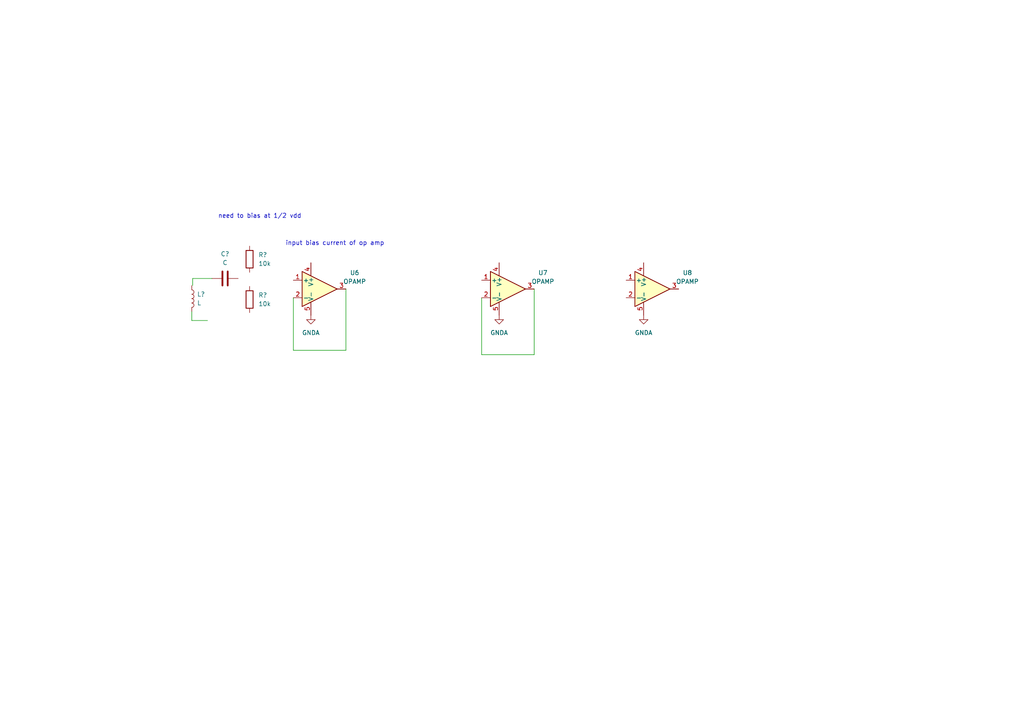
<source format=kicad_sch>
(kicad_sch (version 20211123) (generator eeschema)

  (uuid 6c149602-02a6-4f9b-9580-bc8c6775d798)

  (paper "A4")

  (lib_symbols
    (symbol "Device:C" (pin_numbers hide) (pin_names (offset 0.254)) (in_bom yes) (on_board yes)
      (property "Reference" "C" (id 0) (at 0.635 2.54 0)
        (effects (font (size 1.27 1.27)) (justify left))
      )
      (property "Value" "C" (id 1) (at 0.635 -2.54 0)
        (effects (font (size 1.27 1.27)) (justify left))
      )
      (property "Footprint" "" (id 2) (at 0.9652 -3.81 0)
        (effects (font (size 1.27 1.27)) hide)
      )
      (property "Datasheet" "~" (id 3) (at 0 0 0)
        (effects (font (size 1.27 1.27)) hide)
      )
      (property "ki_keywords" "cap capacitor" (id 4) (at 0 0 0)
        (effects (font (size 1.27 1.27)) hide)
      )
      (property "ki_description" "Unpolarized capacitor" (id 5) (at 0 0 0)
        (effects (font (size 1.27 1.27)) hide)
      )
      (property "ki_fp_filters" "C_*" (id 6) (at 0 0 0)
        (effects (font (size 1.27 1.27)) hide)
      )
      (symbol "C_0_1"
        (polyline
          (pts
            (xy -2.032 -0.762)
            (xy 2.032 -0.762)
          )
          (stroke (width 0.508) (type default) (color 0 0 0 0))
          (fill (type none))
        )
        (polyline
          (pts
            (xy -2.032 0.762)
            (xy 2.032 0.762)
          )
          (stroke (width 0.508) (type default) (color 0 0 0 0))
          (fill (type none))
        )
      )
      (symbol "C_1_1"
        (pin passive line (at 0 3.81 270) (length 2.794)
          (name "~" (effects (font (size 1.27 1.27))))
          (number "1" (effects (font (size 1.27 1.27))))
        )
        (pin passive line (at 0 -3.81 90) (length 2.794)
          (name "~" (effects (font (size 1.27 1.27))))
          (number "2" (effects (font (size 1.27 1.27))))
        )
      )
    )
    (symbol "Device:L" (pin_numbers hide) (pin_names (offset 1.016) hide) (in_bom yes) (on_board yes)
      (property "Reference" "L" (id 0) (at -1.27 0 90)
        (effects (font (size 1.27 1.27)))
      )
      (property "Value" "L" (id 1) (at 1.905 0 90)
        (effects (font (size 1.27 1.27)))
      )
      (property "Footprint" "" (id 2) (at 0 0 0)
        (effects (font (size 1.27 1.27)) hide)
      )
      (property "Datasheet" "~" (id 3) (at 0 0 0)
        (effects (font (size 1.27 1.27)) hide)
      )
      (property "ki_keywords" "inductor choke coil reactor magnetic" (id 4) (at 0 0 0)
        (effects (font (size 1.27 1.27)) hide)
      )
      (property "ki_description" "Inductor" (id 5) (at 0 0 0)
        (effects (font (size 1.27 1.27)) hide)
      )
      (property "ki_fp_filters" "Choke_* *Coil* Inductor_* L_*" (id 6) (at 0 0 0)
        (effects (font (size 1.27 1.27)) hide)
      )
      (symbol "L_0_1"
        (arc (start 0 -2.54) (mid 0.635 -1.905) (end 0 -1.27)
          (stroke (width 0) (type default) (color 0 0 0 0))
          (fill (type none))
        )
        (arc (start 0 -1.27) (mid 0.635 -0.635) (end 0 0)
          (stroke (width 0) (type default) (color 0 0 0 0))
          (fill (type none))
        )
        (arc (start 0 0) (mid 0.635 0.635) (end 0 1.27)
          (stroke (width 0) (type default) (color 0 0 0 0))
          (fill (type none))
        )
        (arc (start 0 1.27) (mid 0.635 1.905) (end 0 2.54)
          (stroke (width 0) (type default) (color 0 0 0 0))
          (fill (type none))
        )
      )
      (symbol "L_1_1"
        (pin passive line (at 0 3.81 270) (length 1.27)
          (name "1" (effects (font (size 1.27 1.27))))
          (number "1" (effects (font (size 1.27 1.27))))
        )
        (pin passive line (at 0 -3.81 90) (length 1.27)
          (name "2" (effects (font (size 1.27 1.27))))
          (number "2" (effects (font (size 1.27 1.27))))
        )
      )
    )
    (symbol "Device:R" (pin_numbers hide) (pin_names (offset 0)) (in_bom yes) (on_board yes)
      (property "Reference" "R" (id 0) (at 2.032 0 90)
        (effects (font (size 1.27 1.27)))
      )
      (property "Value" "R" (id 1) (at 0 0 90)
        (effects (font (size 1.27 1.27)))
      )
      (property "Footprint" "" (id 2) (at -1.778 0 90)
        (effects (font (size 1.27 1.27)) hide)
      )
      (property "Datasheet" "~" (id 3) (at 0 0 0)
        (effects (font (size 1.27 1.27)) hide)
      )
      (property "ki_keywords" "R res resistor" (id 4) (at 0 0 0)
        (effects (font (size 1.27 1.27)) hide)
      )
      (property "ki_description" "Resistor" (id 5) (at 0 0 0)
        (effects (font (size 1.27 1.27)) hide)
      )
      (property "ki_fp_filters" "R_*" (id 6) (at 0 0 0)
        (effects (font (size 1.27 1.27)) hide)
      )
      (symbol "R_0_1"
        (rectangle (start -1.016 -2.54) (end 1.016 2.54)
          (stroke (width 0.254) (type default) (color 0 0 0 0))
          (fill (type none))
        )
      )
      (symbol "R_1_1"
        (pin passive line (at 0 3.81 270) (length 1.27)
          (name "~" (effects (font (size 1.27 1.27))))
          (number "1" (effects (font (size 1.27 1.27))))
        )
        (pin passive line (at 0 -3.81 90) (length 1.27)
          (name "~" (effects (font (size 1.27 1.27))))
          (number "2" (effects (font (size 1.27 1.27))))
        )
      )
    )
    (symbol "power:GNDA" (power) (pin_names (offset 0)) (in_bom yes) (on_board yes)
      (property "Reference" "#PWR" (id 0) (at 0 -6.35 0)
        (effects (font (size 1.27 1.27)) hide)
      )
      (property "Value" "GNDA" (id 1) (at 0 -3.81 0)
        (effects (font (size 1.27 1.27)))
      )
      (property "Footprint" "" (id 2) (at 0 0 0)
        (effects (font (size 1.27 1.27)) hide)
      )
      (property "Datasheet" "" (id 3) (at 0 0 0)
        (effects (font (size 1.27 1.27)) hide)
      )
      (property "ki_keywords" "power-flag" (id 4) (at 0 0 0)
        (effects (font (size 1.27 1.27)) hide)
      )
      (property "ki_description" "Power symbol creates a global label with name \"GNDA\" , analog ground" (id 5) (at 0 0 0)
        (effects (font (size 1.27 1.27)) hide)
      )
      (symbol "GNDA_0_1"
        (polyline
          (pts
            (xy 0 0)
            (xy 0 -1.27)
            (xy 1.27 -1.27)
            (xy 0 -2.54)
            (xy -1.27 -1.27)
            (xy 0 -1.27)
          )
          (stroke (width 0) (type default) (color 0 0 0 0))
          (fill (type none))
        )
      )
      (symbol "GNDA_1_1"
        (pin power_in line (at 0 0 270) (length 0) hide
          (name "GNDA" (effects (font (size 1.27 1.27))))
          (number "1" (effects (font (size 1.27 1.27))))
        )
      )
    )
    (symbol "pspice:OPAMP" (pin_names (offset 0.254)) (in_bom yes) (on_board yes)
      (property "Reference" "U" (id 0) (at 3.81 3.175 0)
        (effects (font (size 1.27 1.27)) (justify left))
      )
      (property "Value" "OPAMP" (id 1) (at 3.81 -3.175 0)
        (effects (font (size 1.27 1.27)) (justify left))
      )
      (property "Footprint" "" (id 2) (at 0 0 0)
        (effects (font (size 1.27 1.27)) hide)
      )
      (property "Datasheet" "~" (id 3) (at 0 0 0)
        (effects (font (size 1.27 1.27)) hide)
      )
      (property "ki_keywords" "simulation" (id 4) (at 0 0 0)
        (effects (font (size 1.27 1.27)) hide)
      )
      (property "ki_description" "OPAmp symbol for simulation only" (id 5) (at 0 0 0)
        (effects (font (size 1.27 1.27)) hide)
      )
      (symbol "OPAMP_0_1"
        (polyline
          (pts
            (xy 5.08 0)
            (xy -5.08 5.08)
            (xy -5.08 -5.08)
            (xy 5.08 0)
          )
          (stroke (width 0.254) (type default) (color 0 0 0 0))
          (fill (type background))
        )
      )
      (symbol "OPAMP_1_1"
        (pin input line (at -7.62 2.54 0) (length 2.54)
          (name "+" (effects (font (size 1.27 1.27))))
          (number "1" (effects (font (size 1.27 1.27))))
        )
        (pin input line (at -7.62 -2.54 0) (length 2.54)
          (name "-" (effects (font (size 1.27 1.27))))
          (number "2" (effects (font (size 1.27 1.27))))
        )
        (pin output line (at 7.62 0 180) (length 2.54)
          (name "~" (effects (font (size 1.27 1.27))))
          (number "3" (effects (font (size 1.27 1.27))))
        )
        (pin power_in line (at -2.54 7.62 270) (length 3.81)
          (name "V+" (effects (font (size 1.27 1.27))))
          (number "4" (effects (font (size 1.27 1.27))))
        )
        (pin power_in line (at -2.54 -7.62 90) (length 3.81)
          (name "V-" (effects (font (size 1.27 1.27))))
          (number "5" (effects (font (size 1.27 1.27))))
        )
      )
    )
  )


  (wire (pts (xy 55.626 90.424) (xy 55.626 92.964))
    (stroke (width 0) (type default) (color 0 0 0 0))
    (uuid 093faf59-fd5e-485d-8ee9-717e85d07719)
  )
  (wire (pts (xy 100.33 83.82) (xy 100.33 101.6))
    (stroke (width 0) (type default) (color 0 0 0 0))
    (uuid 17ac273b-9ea5-4e67-b370-8fbcd52569fc)
  )
  (wire (pts (xy 85.09 101.6) (xy 85.09 86.36))
    (stroke (width 0) (type default) (color 0 0 0 0))
    (uuid 244955d6-5a6e-4bff-a4ca-2365424e59a2)
  )
  (wire (pts (xy 139.7 86.36) (xy 139.7 102.87))
    (stroke (width 0) (type default) (color 0 0 0 0))
    (uuid 2a313370-b000-4e75-ab98-b16e71069f40)
  )
  (wire (pts (xy 55.626 92.964) (xy 60.198 92.964))
    (stroke (width 0) (type default) (color 0 0 0 0))
    (uuid 63a11bfb-9cf7-432f-970c-060a19b99736)
  )
  (wire (pts (xy 55.88 82.804) (xy 55.88 80.772))
    (stroke (width 0) (type default) (color 0 0 0 0))
    (uuid aa311536-22f3-4c5b-a926-08959b76edce)
  )
  (wire (pts (xy 100.33 101.6) (xy 85.09 101.6))
    (stroke (width 0) (type default) (color 0 0 0 0))
    (uuid ab4734e5-490d-41f1-aa6b-96e5294f0f7f)
  )
  (wire (pts (xy 55.88 80.772) (xy 61.468 80.772))
    (stroke (width 0) (type default) (color 0 0 0 0))
    (uuid bf50fbb4-1476-497a-ac77-b089bfd5df65)
  )
  (wire (pts (xy 139.7 102.87) (xy 154.94 102.87))
    (stroke (width 0) (type default) (color 0 0 0 0))
    (uuid c3eee824-39bd-471a-b0ad-be309feb5a89)
  )
  (wire (pts (xy 154.94 102.87) (xy 154.94 83.82))
    (stroke (width 0) (type default) (color 0 0 0 0))
    (uuid f25d11cf-60ed-46f8-a4a2-7fe589488da4)
  )

  (text "input bias current of op amp" (at 82.804 71.374 0)
    (effects (font (size 1.27 1.27)) (justify left bottom))
    (uuid 944ab302-3df8-49c8-bfe4-41ee3c570e39)
  )
  (text "need to bias at 1/2 vdd" (at 63.246 63.5 0)
    (effects (font (size 1.27 1.27)) (justify left bottom))
    (uuid cd5191e9-ef82-44f2-97cc-609b18339ee3)
  )

  (symbol (lib_id "power:GNDA") (at 186.69 91.44 0) (unit 1)
    (in_bom yes) (on_board yes) (fields_autoplaced)
    (uuid 0d4043b2-afee-42d7-9301-8f8a40ed7eef)
    (property "Reference" "#PWR0156" (id 0) (at 186.69 97.79 0)
      (effects (font (size 1.27 1.27)) hide)
    )
    (property "Value" "GNDA" (id 1) (at 186.69 96.52 0))
    (property "Footprint" "" (id 2) (at 186.69 91.44 0)
      (effects (font (size 1.27 1.27)) hide)
    )
    (property "Datasheet" "" (id 3) (at 186.69 91.44 0)
      (effects (font (size 1.27 1.27)) hide)
    )
    (pin "1" (uuid 04d21c98-f777-4892-a5d1-d9d590de6f28))
  )

  (symbol (lib_id "power:GNDA") (at 90.17 91.44 0) (unit 1)
    (in_bom yes) (on_board yes) (fields_autoplaced)
    (uuid 1263bf42-c591-4e5c-bec2-b2e37cc71673)
    (property "Reference" "#PWR0154" (id 0) (at 90.17 97.79 0)
      (effects (font (size 1.27 1.27)) hide)
    )
    (property "Value" "GNDA" (id 1) (at 90.17 96.52 0))
    (property "Footprint" "" (id 2) (at 90.17 91.44 0)
      (effects (font (size 1.27 1.27)) hide)
    )
    (property "Datasheet" "" (id 3) (at 90.17 91.44 0)
      (effects (font (size 1.27 1.27)) hide)
    )
    (pin "1" (uuid 6f76795a-0088-43ae-bdef-8553db01a09a))
  )

  (symbol (lib_id "Device:R") (at 72.39 75.184 0) (unit 1)
    (in_bom yes) (on_board yes) (fields_autoplaced)
    (uuid 1413a075-ca81-40c1-8234-e1ed8d7a9b71)
    (property "Reference" "R?" (id 0) (at 74.93 73.9139 0)
      (effects (font (size 1.27 1.27)) (justify left))
    )
    (property "Value" "10k" (id 1) (at 74.93 76.4539 0)
      (effects (font (size 1.27 1.27)) (justify left))
    )
    (property "Footprint" "" (id 2) (at 70.612 75.184 90)
      (effects (font (size 1.27 1.27)) hide)
    )
    (property "Datasheet" "~" (id 3) (at 72.39 75.184 0)
      (effects (font (size 1.27 1.27)) hide)
    )
    (pin "1" (uuid 2470cb82-0051-4f24-bb26-486f2d75073c))
    (pin "2" (uuid 05c1577b-0385-4029-b936-6a51c8103bc2))
  )

  (symbol (lib_id "power:GNDA") (at 144.78 91.44 0) (unit 1)
    (in_bom yes) (on_board yes) (fields_autoplaced)
    (uuid 1d35d7a4-99a8-45e0-8b87-ac0e85b1f2f5)
    (property "Reference" "#PWR0155" (id 0) (at 144.78 97.79 0)
      (effects (font (size 1.27 1.27)) hide)
    )
    (property "Value" "GNDA" (id 1) (at 144.78 96.52 0))
    (property "Footprint" "" (id 2) (at 144.78 91.44 0)
      (effects (font (size 1.27 1.27)) hide)
    )
    (property "Datasheet" "" (id 3) (at 144.78 91.44 0)
      (effects (font (size 1.27 1.27)) hide)
    )
    (pin "1" (uuid c70d4a06-c798-4187-afc0-c1040b1072f7))
  )

  (symbol (lib_id "pspice:OPAMP") (at 189.23 83.82 0) (unit 1)
    (in_bom yes) (on_board yes) (fields_autoplaced)
    (uuid 6c384e12-876e-4c4b-97a9-6f6b33b3656c)
    (property "Reference" "U8" (id 0) (at 199.39 79.121 0))
    (property "Value" "OPAMP" (id 1) (at 199.39 81.661 0))
    (property "Footprint" "" (id 2) (at 189.23 83.82 0)
      (effects (font (size 1.27 1.27)) hide)
    )
    (property "Datasheet" "~" (id 3) (at 189.23 83.82 0)
      (effects (font (size 1.27 1.27)) hide)
    )
    (pin "1" (uuid 4037f04c-9480-4d8a-b46e-5c99219a9463))
    (pin "2" (uuid 8c93e433-c751-4234-9288-039696c3db55))
    (pin "3" (uuid 2f28b0df-98db-4dff-9d36-6bac044565e9))
    (pin "4" (uuid 3c6851fd-2659-4d68-a617-9375c051ec61))
    (pin "5" (uuid 78a2db85-636d-4a8c-9e2f-f00167ab09be))
  )

  (symbol (lib_id "pspice:OPAMP") (at 92.71 83.82 0) (unit 1)
    (in_bom yes) (on_board yes) (fields_autoplaced)
    (uuid acf492a2-9463-4e11-905b-45e06cf7a856)
    (property "Reference" "U6" (id 0) (at 102.87 79.121 0))
    (property "Value" "OPAMP" (id 1) (at 102.87 81.661 0))
    (property "Footprint" "" (id 2) (at 92.71 83.82 0)
      (effects (font (size 1.27 1.27)) hide)
    )
    (property "Datasheet" "~" (id 3) (at 92.71 83.82 0)
      (effects (font (size 1.27 1.27)) hide)
    )
    (pin "1" (uuid 4bb016dd-078f-4dd7-8f97-086c2e7699d0))
    (pin "2" (uuid e34f9015-3fcf-4ed1-bf0b-b8e040490699))
    (pin "3" (uuid 57ff0df8-8cca-42b6-b65b-d4d7da9664c0))
    (pin "4" (uuid 7c15c24f-857c-4052-867b-b3f281f761c5))
    (pin "5" (uuid 9f29d279-ba1e-4b4a-a402-a36c16fd99b9))
  )

  (symbol (lib_id "Device:L") (at 55.626 86.614 0) (unit 1)
    (in_bom yes) (on_board yes) (fields_autoplaced)
    (uuid b4ebb9c0-a768-4111-8cce-40d4cdfa0eab)
    (property "Reference" "L?" (id 0) (at 57.15 85.3439 0)
      (effects (font (size 1.27 1.27)) (justify left))
    )
    (property "Value" "L" (id 1) (at 57.15 87.8839 0)
      (effects (font (size 1.27 1.27)) (justify left))
    )
    (property "Footprint" "" (id 2) (at 55.626 86.614 0)
      (effects (font (size 1.27 1.27)) hide)
    )
    (property "Datasheet" "~" (id 3) (at 55.626 86.614 0)
      (effects (font (size 1.27 1.27)) hide)
    )
    (pin "1" (uuid a9da23c4-dc1a-4636-94b0-3658b78deaf5))
    (pin "2" (uuid f9e479e7-a397-4734-81fc-a27ff1714c86))
  )

  (symbol (lib_id "Device:C") (at 65.278 80.772 90) (unit 1)
    (in_bom yes) (on_board yes) (fields_autoplaced)
    (uuid d6b548c7-4302-464a-b2c2-843537ab7b36)
    (property "Reference" "C?" (id 0) (at 65.278 73.66 90))
    (property "Value" "C" (id 1) (at 65.278 76.2 90))
    (property "Footprint" "" (id 2) (at 69.088 79.8068 0)
      (effects (font (size 1.27 1.27)) hide)
    )
    (property "Datasheet" "~" (id 3) (at 65.278 80.772 0)
      (effects (font (size 1.27 1.27)) hide)
    )
    (pin "1" (uuid 9cab8f42-46d8-48ce-94c9-ae9a489d909a))
    (pin "2" (uuid 858f38de-826b-4d59-a539-d78cd79543f1))
  )

  (symbol (lib_id "Device:R") (at 72.39 86.868 0) (unit 1)
    (in_bom yes) (on_board yes) (fields_autoplaced)
    (uuid e4d4b2bb-8fe0-4be0-adaa-987974901290)
    (property "Reference" "R?" (id 0) (at 74.93 85.5979 0)
      (effects (font (size 1.27 1.27)) (justify left))
    )
    (property "Value" "10k" (id 1) (at 74.93 88.1379 0)
      (effects (font (size 1.27 1.27)) (justify left))
    )
    (property "Footprint" "" (id 2) (at 70.612 86.868 90)
      (effects (font (size 1.27 1.27)) hide)
    )
    (property "Datasheet" "~" (id 3) (at 72.39 86.868 0)
      (effects (font (size 1.27 1.27)) hide)
    )
    (pin "1" (uuid 5b5c8873-041c-4f5e-afa0-5c57a99a3923))
    (pin "2" (uuid db40e319-f565-492c-b29a-36e4c3659dac))
  )

  (symbol (lib_id "pspice:OPAMP") (at 147.32 83.82 0) (unit 1)
    (in_bom yes) (on_board yes) (fields_autoplaced)
    (uuid f1c0a53c-2d84-45d7-89ff-eb7289fdbeee)
    (property "Reference" "U7" (id 0) (at 157.48 79.121 0))
    (property "Value" "OPAMP" (id 1) (at 157.48 81.661 0))
    (property "Footprint" "" (id 2) (at 147.32 83.82 0)
      (effects (font (size 1.27 1.27)) hide)
    )
    (property "Datasheet" "~" (id 3) (at 147.32 83.82 0)
      (effects (font (size 1.27 1.27)) hide)
    )
    (pin "1" (uuid 472b9a87-eb5d-4481-a637-562f6765ceb6))
    (pin "2" (uuid f0de1a0e-9423-4374-86b0-866d1962e12f))
    (pin "3" (uuid 4e969917-c17e-4d76-ab73-8c463a548e42))
    (pin "4" (uuid 97c016dc-b1cb-4d05-b097-ef5fbfd80cf5))
    (pin "5" (uuid ec7db251-297c-4c14-9169-8f063e3d24dd))
  )
)

</source>
